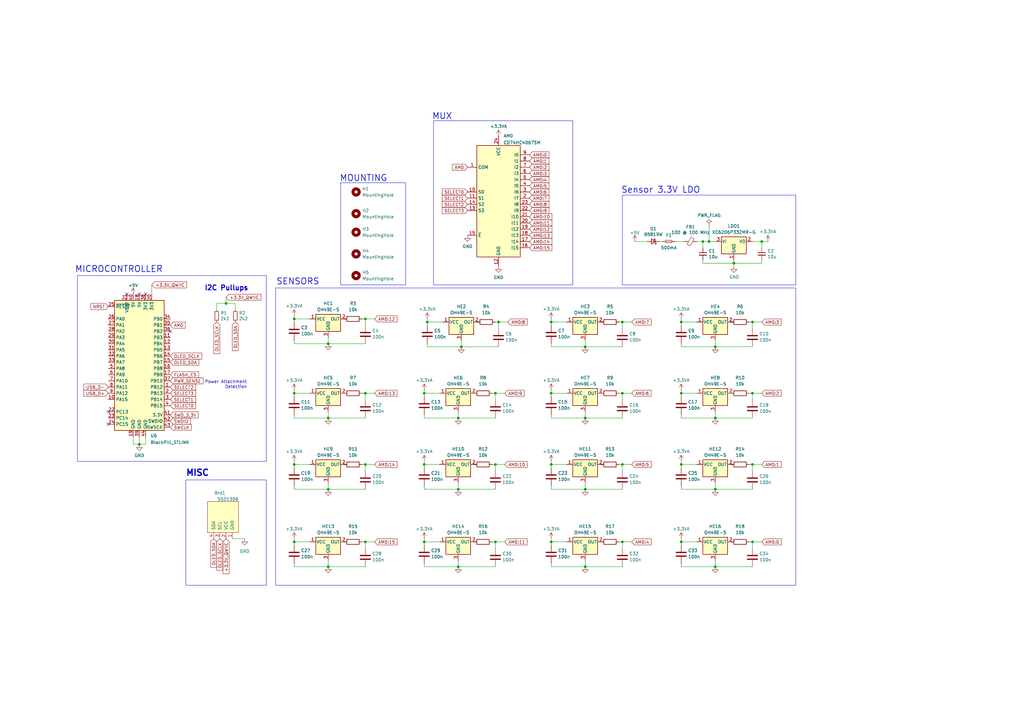
<source format=kicad_sch>
(kicad_sch (version 20250114) (generator "eeschema") (generator_version "9.0")
  (paper "A3")
  (lib_symbols
    (symbol "74xx:CD74HC4067SM"
      (property "Reference" "U" (at -8.89 22.86 0))
      (property "Value" "CD74HC4067SM" (at 1.27 22.86 0))
      (symbol "CD74HC4067SM_1_1"
        (pin passive line (at -12.7 12.7 0) (length 3.81) (name "COM") (number "1"))
        (pin input line (at -12.7 2.54 0) (length 3.81) (name "S0") (number "10"))
        (pin input line (at -12.7 0 0) (length 3.81) (name "S1") (number "11"))
        (pin input line (at -12.7 -2.54 0) (length 3.81) (name "S2") (number "14"))
        (pin input line (at -12.7 -5.08 0) (length 3.81) (name "S3") (number "13"))
        (pin input line (at -12.7 -15.24 0) (length 3.81) (name "~{E}") (number "15"))
        (pin power_in line (at 0 25.4 270) (length 3.81) (name "VCC") (number "24"))
        (pin power_in line (at 0 -27.94 90) (length 3.81) (name "GND") (number "12"))
        (pin passive line (at 12.7 17.78 180) (length 3.81) (name "I0") (number "9"))
        (pin passive line (at 12.7 15.24 180) (length 3.81) (name "I1") (number "8"))
        (pin passive line (at 12.7 12.7 180) (length 3.81) (name "I2") (number "7"))
        (pin passive line (at 12.7 10.16 180) (length 3.81) (name "I3") (number "6"))
        (pin passive line (at 12.7 7.62 180) (length 3.81) (name "I4") (number "5"))
        (pin passive line (at 12.7 5.08 180) (length 3.81) (name "I5") (number "4"))
        (pin passive line (at 12.7 2.54 180) (length 3.81) (name "I6") (number "3"))
        (pin passive line (at 12.7 0 180) (length 3.81) (name "I7") (number "2"))
        (pin passive line (at 12.7 -2.54 180) (length 3.81) (name "I8") (number "23"))
        (pin passive line (at 12.7 -5.08 180) (length 3.81) (name "I9") (number "22"))
        (pin passive line (at 12.7 -7.62 180) (length 3.81) (name "I10") (number "21"))
        (pin passive line (at 12.7 -10.16 180) (length 3.81) (name "I11") (number "20"))
        (pin passive line (at 12.7 -12.7 180) (length 3.81) (name "I12") (number "19"))
        (pin passive line (at 12.7 -15.24 180) (length 3.81) (name "I13") (number "18"))
        (pin passive line (at 12.7 -17.78 180) (length 3.81) (name "I14") (number "17"))
        (pin passive line (at 12.7 -20.32 180) (length 3.81) (name "I15") (number "16"))
      )
    )
    (symbol "Device:C" (pin_numbers (hide yes)) (pin_names (offset 0.254))
      (property "Reference" "C" (at 0.635 2.54 0))
      (property "Value" "C" (at 0.635 -2.54 0))
      (symbol "C_1_1"
        (pin passive line (at 0 3.81 270) (length 2.794) (name "~") (number "1"))
        (pin passive line (at 0 -3.81 90) (length 2.794) (name "~") (number "2"))
      )
    )
    (symbol "Device:C_Small" (pin_numbers (hide yes)) (pin_names (offset 0.254) (hide yes))
      (property "Reference" "C" (at 0.254 1.778 0))
      (property "Value" "C_Small" (at 0.254 -2.032 0))
      (symbol "C_Small_1_1"
        (pin passive line (at 0 2.54 270) (length 2.032) (name "~") (number "1"))
        (pin passive line (at 0 -2.54 90) (length 2.032) (name "~") (number "2"))
      )
    )
    (symbol "Device:D_Schottky_Small" (pin_numbers (hide yes)) (pin_names (offset 0.254) (hide yes))
      (property "Reference" "D" (at -1.27 2.032 0))
      (property "Value" "D_Schottky_Small" (at -7.112 -2.032 0))
      (symbol "D_Schottky_Small_1_1"
        (pin passive line (at -2.54 0 0) (length 1.778) (name "K") (number "1"))
        (pin passive line (at 2.54 0 180) (length 1.778) (name "A") (number "2"))
      )
    )
    (symbol "Device:Ferrite_Bead_Small" (pin_numbers (hide yes)) (pin_names (offset 0))
      (property "Reference" "FB" (at 1.905 1.27 0))
      (property "Value" "Device_Ferrite_Bead_Small" (at 1.905 -1.27 0))
      (symbol "Ferrite_Bead_Small_1_1"
        (pin passive line (at 0 2.54 270) (length 1.27) (name "~") (number "1"))
        (pin passive line (at 0 -2.54 90) (length 1.27) (name "~") (number "2"))
      )
    )
    (symbol "Device:Fuse_Small" (pin_numbers (hide yes)) (pin_names (offset 0.254) (hide yes))
      (property "Reference" "F" (at 0 -1.524 0))
      (property "Value" "Fuse_Small" (at 0 1.524 0))
      (symbol "Fuse_Small_1_1"
        (pin passive line (at -2.54 0 0) (length 1.27) (name "~") (number "1"))
        (pin passive line (at 2.54 0 180) (length 1.27) (name "~") (number "2"))
      )
    )
    (symbol "Device:R" (pin_numbers (hide yes)) (pin_names (offset 0))
      (property "Reference" "R" (at 2.032 0 90))
      (property "Value" "R" (at 0 0 90))
      (symbol "R_1_1"
        (pin passive line (at 0 3.81 270) (length 1.27) (name "~") (number "1"))
        (pin passive line (at 0 -3.81 90) (length 1.27) (name "~") (number "2"))
      )
    )
    (symbol "Device:R_Small" (pin_numbers (hide yes)) (pin_names (offset 0.254) (hide yes))
      (property "Reference" "R" (at 0.762 0.508 0))
      (property "Value" "R_Small" (at 0.762 -1.016 0))
      (symbol "R_Small_1_1"
        (pin passive line (at 0 2.54 270) (length 0.762) (name "~") (number "1"))
        (pin passive line (at 0 -2.54 90) (length 0.762) (name "~") (number "2"))
      )
    )
    (symbol "HE60:OH49E-S" (pin_names (offset 0.254))
      (property "Reference" "U" (at -3.81 3.175 0))
      (property "Value" "OH49E-S" (at 0 3.175 0))
      (symbol "OH49E-S_1_1"
        (pin power_in line (at -7.62 0 0) (length 2.54) (name "VCC") (number "1"))
        (pin power_in line (at 0 -7.62 90) (length 2.54) (name "GND") (number "3"))
        (pin output line (at 7.62 0 180) (length 2.54) (name "OUT") (number "2"))
      )
    )
    (symbol "Mechanical:MountingHole" (pin_names (offset 1.016)) (in_bom no)
      (property "Reference" "H" (at 0 5.08 0))
      (property "Value" "MountingHole" (at 0 3.175 0))
    )
    (symbol "Regulator_Linear:XC6206PxxxMR" (pin_names (offset 0.254))
      (property "Reference" "U" (at -3.81 3.175 0))
      (property "Value" "XC6206PxxxMR" (at 0 3.175 0))
      (symbol "XC6206PxxxMR_1_1"
        (pin power_in line (at -7.62 0 0) (length 2.54) (name "VI") (number "3"))
        (pin power_in line (at 0 -7.62 90) (length 2.54) (name "GND") (number "1"))
        (pin power_out line (at 7.62 0 180) (length 2.54) (name "VO") (number "2"))
      )
    )
    (symbol "SSD1306-128x64_OLED:SSD1306" (pin_names (offset 1.016))
      (property "Reference" "Brd" (at 0 -3.81 0))
      (property "Value" "SSD1306" (at 0 -1.27 0))
      (symbol "SSD1306_1_1"
        (pin input line (at -3.81 8.89 270) (length 2.54) (name "GND") (number "1"))
        (pin input line (at -1.27 8.89 270) (length 2.54) (name "VCC") (number "2"))
        (pin input line (at 1.27 8.89 270) (length 2.54) (name "SCL") (number "3"))
        (pin input line (at 3.81 8.89 270) (length 2.54) (name "SDA") (number "4"))
      )
    )
    (symbol "blackpill_stlink:BlackPill_STLINK"
      (property "Reference" "U6" (at 4.5594 -27.5495 0))
      (property "Value" "BlackPill_STLINK" (at 4.5594 -30.3246 0))
      (symbol "BlackPill_STLINK_1_1"
        (pin input line (at -12.7 25.4 0) (length 2.54) (name "~{RESET}") (number "25"))
        (pin bidirectional line (at -12.7 20.32 0) (length 2.54) (name "PA0") (number "26"))
        (pin bidirectional line (at -12.7 17.78 0) (length 2.54) (name "PA1") (number "27"))
        (pin bidirectional line (at -12.7 15.24 0) (length 2.54) (name "PA2") (number "28"))
        (pin bidirectional line (at -12.7 12.7 0) (length 2.54) (name "PA3") (number "29"))
        (pin bidirectional line (at -12.7 10.16 0) (length 2.54) (name "PA4") (number "30"))
        (pin bidirectional line (at -12.7 7.62 0) (length 2.54) (name "PA5") (number "31"))
        (pin bidirectional line (at -12.7 5.08 0) (length 2.54) (name "PA6") (number "32"))
        (pin bidirectional line (at -12.7 2.54 0) (length 2.54) (name "PA7") (number "33"))
        (pin bidirectional line (at -12.7 0 0) (length 2.54) (name "PA8") (number "5"))
        (pin bidirectional line (at -12.7 -2.54 0) (length 2.54) (name "PA9") (number "6"))
        (pin bidirectional line (at -12.7 -5.08 0) (length 2.54) (name "PA10") (number "7"))
        (pin bidirectional line (at -12.7 -7.62 0) (length 2.54) (name "PA11") (number "8"))
        (pin bidirectional line (at -12.7 -10.16 0) (length 2.54) (name "PA12") (number "9"))
        (pin bidirectional line (at -12.7 -12.7 0) (length 2.54) (name "PA15") (number "10"))
        (pin bidirectional line (at -12.7 -17.78 0) (length 2.54) (name "PC13") (number "22"))
        (pin bidirectional line (at -12.7 -20.32 0) (length 2.54) (name "PC14") (number "23"))
        (pin bidirectional line (at -12.7 -22.86 0) (length 2.54) (name "PC15") (number "24"))
        (pin power_in line (at -5.08 30.48 270) (length 2.54) (name "VBAT") (number "21"))
        (pin passive line (at -2.54 30.48 270) (length 2.54) (name "5V") (number "40"))
        (pin power_in line (at -2.54 -27.94 90) (length 2.54) (name "GND") (number "19"))
        (pin power_in line (at 0 30.48 270) (length 2.54) (name "5V") (number "18"))
        (pin power_in line (at 0 -27.94 90) (length 2.54) (name "GND") (number "39"))
        (pin power_out line (at 2.54 30.48 270) (length 2.54) (name "3V3") (number "38"))
        (pin power_in line (at 2.54 -27.94 90) (length 2.54) (name "GND") (number "44"))
        (pin power_out line (at 5.08 30.48 270) (length 2.54) (name "3V3") (number "20"))
        (pin bidirectional line (at 12.7 20.32 180) (length 2.54) (name "PB0") (number "34"))
        (pin bidirectional line (at 12.7 17.78 180) (length 2.54) (name "PB1") (number "35"))
        (pin bidirectional line (at 12.7 15.24 180) (length 2.54) (name "PB2") (number "36"))
        (pin bidirectional line (at 12.7 12.7 180) (length 2.54) (name "PB3") (number "11"))
        (pin bidirectional line (at 12.7 10.16 180) (length 2.54) (name "PB4") (number "12"))
        (pin bidirectional line (at 12.7 7.62 180) (length 2.54) (name "PB5") (number "13"))
        (pin bidirectional line (at 12.7 5.08 180) (length 2.54) (name "PB6") (number "14"))
        (pin bidirectional line (at 12.7 2.54 180) (length 2.54) (name "PB7") (number "15"))
        (pin bidirectional line (at 12.7 0 180) (length 2.54) (name "PB8") (number "16"))
        (pin bidirectional line (at 12.7 -2.54 180) (length 2.54) (name "PB9") (number "17"))
        (pin bidirectional line (at 12.7 -5.08 180) (length 2.54) (name "PB10") (number "37"))
        (pin bidirectional line (at 12.7 -7.62 180) (length 2.54) (name "PB12") (number "1"))
        (pin bidirectional line (at 12.7 -10.16 180) (length 2.54) (name "PB13") (number "2"))
        (pin bidirectional line (at 12.7 -12.7 180) (length 2.54) (name "PB14") (number "3"))
        (pin bidirectional line (at 12.7 -15.24 180) (length 2.54) (name "PB15") (number "4"))
        (pin power_out line (at 12.7 -19.05 180) (length 2.54) (name "3.3V") (number "41"))
        (pin bidirectional line (at 12.7 -21.59 180) (length 2.54) (name "SWDIO") (number "42"))
        (pin bidirectional line (at 12.7 -24.13 180) (length 2.54) (name "SWSCK") (number "43"))
      )
    )
    (symbol "power:+3.3VA" (power) (pin_numbers (hide yes)) (pin_names (offset 0) (hide yes))
      (property "Value" "+3.3VA" (at 0 3.556 0))
      (symbol "+3.3VA_1_1"
        (pin power_in line (at 0 0 90) (length 0) (name "~") (number "1"))
      )
    )
    (symbol "power:+5V" (power) (pin_names (offset 0))
      (property "Value" "+5V" (at 0 3.556 0))
      (symbol "+5V_1_1"
        (pin power_in line (at 0 0 90) (length 0) (hide yes) (name "+5V") (number "1"))
      )
    )
    (symbol "power:GND" (power) (pin_names (offset 0))
      (property "Value" "GND" (at 0 -3.81 0))
      (symbol "GND_1_1"
        (pin power_in line (at 0 0 270) (length 0) (hide yes) (name "GND") (number "1"))
      )
    )
    (symbol "power:PWR_FLAG" (power) (pin_numbers (hide yes)) (pin_names (offset 0) (hide yes))
      (property "Value" "PWR_FLAG" (at 0 3.81 0))
      (symbol "PWR_FLAG_0_0"
        (pin power_out line (at 0 0 90) (length 0) (name "pwr") (number "1"))
      )
    )
  )
  (rectangle (start 31.75 113.03) (end 109.22 189.23))
  (rectangle (start 76.2 196.85) (end 109.22 240.03))
  (rectangle (start 139.7 74.93) (end 166.37 116.84))
  (rectangle (start 113.03 118.11) (end 326.39 240.03))
  (rectangle (start 177.8 49.53) (end 234.95 116.84))
  (rectangle (start 255.27 80.01) (end 326.39 116.84))
  (text "Power Attachment\nDetection" (at 101.346 159.512 0) (effects (font (size 1.27 1.27)) (justify right bottom)))
  (text "MUX" (at 181.356 47.752 0) (effects (font (size 2.54 2.54) (thickness 0.254) (bold yes))))
  (text "I2C Pullups" (at 83.82 119.38 0) (effects (font (size 2.0066 2.0066) (thickness 0.4013) (bold yes)) (justify left bottom)))
  (text "SENSORS" (at 122.174 115.57 0) (effects (font (size 2.54 2.54) (thickness 0.254) (bold yes))))
  (text "Sensor 3.3V LDO" (at 271.018 77.978 0) (effects (font (size 2.54 2.54) (thickness 0.254) (bold yes))))
  (text "MOUNTING\n" (at 149.098 73.152 0) (effects (font (size 2.54 2.54) (thickness 0.254) (bold yes))))
  (text "MICROCONTROLLER" (at 48.768 110.49 0) (effects (font (size 2.54 2.54) (thickness 0.254) (bold yes))))
  (text "MISC" (at 81.026 194.056 0) (effects (font (size 2.54 2.54) (thickness 0.508) (bold yes))))
  (junction (at 134.62 140.97))
  (junction (at 149.86 161.29))
  (junction (at 308.61 161.29))
  (junction (at 255.27 161.29))
  (junction (at 120.65 161.29))
  (junction (at 279.4 132.08))
  (junction (at 240.03 171.45))
  (junction (at 308.61 190.5))
  (junction (at 293.37 142.24))
  (junction (at 175.26 132.08))
  (junction (at 187.96 200.66))
  (junction (at 173.99 161.29))
  (junction (at 293.37 200.66))
  (junction (at 189.23 142.24))
  (junction (at 293.37 171.45))
  (junction (at 226.06 161.29))
  (junction (at 240.03 142.24))
  (junction (at 290.83 99.06))
  (junction (at 203.2 190.5))
  (junction (at 300.99 107.95))
  (junction (at 149.86 222.25))
  (junction (at 240.03 200.66))
  (junction (at 134.62 232.41))
  (junction (at 57.15 182.245))
  (junction (at 312.42 99.06))
  (junction (at 279.4 161.29))
  (junction (at 279.4 190.5))
  (junction (at 255.27 132.08))
  (junction (at 134.62 200.66))
  (junction (at 226.06 132.08))
  (junction (at 308.61 132.08))
  (junction (at 187.96 232.41))
  (junction (at 226.06 190.5))
  (junction (at 173.99 190.5))
  (junction (at 293.37 232.41))
  (junction (at 203.2 222.25))
  (junction (at 134.62 171.45))
  (junction (at 120.65 190.5))
  (junction (at 149.86 130.81))
  (junction (at 308.61 222.25))
  (junction (at 92.71 124.46))
  (junction (at 255.27 190.5))
  (junction (at 240.03 232.41))
  (junction (at 203.2 161.29))
  (junction (at 120.65 222.25))
  (junction (at 187.96 171.45))
  (junction (at 255.27 222.25))
  (junction (at 173.99 222.25))
  (junction (at 149.86 190.5))
  (junction (at 120.65 130.81))
  (junction (at 226.06 222.25))
  (junction (at 288.29 99.06))
  (junction (at 279.4 222.25))
  (junction (at 204.47 132.08))
  (no_connect (at 44.45 173.99))
  (no_connect (at 57.15 120.65))
  (no_connect (at 59.69 120.65))
  (no_connect (at 44.45 168.91))
  (no_connect (at 52.07 120.65))
  (no_connect (at 69.85 135.89))
  (wire (pts (xy 173.99 222.25) (xy 180.34 222.25)))
  (wire (pts (xy 279.4 191.77) (xy 279.4 190.5)))
  (wire (pts (xy 226.06 130.81) (xy 226.06 132.08)))
  (wire (pts (xy 226.06 161.29) (xy 232.41 161.29)))
  (wire (pts (xy 279.4 162.56) (xy 279.4 161.29)))
  (wire (pts (xy 204.47 132.08) (xy 204.47 134.62)))
  (wire (pts (xy 299.72 161.29) (xy 300.99 161.29)))
  (wire (pts (xy 240.03 171.45) (xy 255.27 171.45)))
  (wire (pts (xy 203.2 161.29) (xy 201.93 161.29)))
  (wire (pts (xy 312.42 99.06) (xy 314.96 99.06)))
  (wire (pts (xy 288.29 99.06) (xy 290.83 99.06)))
  (wire (pts (xy 120.65 223.52) (xy 120.65 222.25)))
  (wire (pts (xy 255.27 132.08) (xy 254 132.08)))
  (wire (pts (xy 120.65 232.41) (xy 120.65 231.14)))
  (wire (pts (xy 255.27 190.5) (xy 255.27 193.04)))
  (wire (pts (xy 299.72 132.08) (xy 300.99 132.08)))
  (wire (pts (xy 120.65 162.56) (xy 120.65 161.29)))
  (wire (pts (xy 240.03 139.7) (xy 240.03 142.24)))
  (wire (pts (xy 187.96 171.45) (xy 203.2 171.45)))
  (wire (pts (xy 149.86 190.5) (xy 148.59 190.5)))
  (wire (pts (xy 255.27 161.29) (xy 259.08 161.29)))
  (wire (pts (xy 173.99 200.66) (xy 173.99 199.39)))
  (wire (pts (xy 96.52 124.46) (xy 96.52 127)))
  (wire (pts (xy 194.31 161.29) (xy 195.58 161.29)))
  (wire (pts (xy 255.27 190.5) (xy 254 190.5)))
  (wire (pts (xy 308.61 222.25) (xy 307.34 222.25)))
  (wire (pts (xy 120.65 171.45) (xy 120.65 170.18)))
  (wire (pts (xy 240.03 200.66) (xy 255.27 200.66)))
  (wire (pts (xy 300.99 109.22) (xy 300.99 107.95)))
  (wire (pts (xy 173.99 232.41) (xy 187.96 232.41)))
  (wire (pts (xy 134.62 168.91) (xy 134.62 171.45)))
  (wire (pts (xy 226.06 191.77) (xy 226.06 190.5)))
  (wire (pts (xy 134.62 140.97) (xy 149.86 140.97)))
  (wire (pts (xy 173.99 171.45) (xy 187.96 171.45)))
  (wire (pts (xy 120.65 160.02) (xy 120.65 161.29)))
  (wire (pts (xy 290.83 99.06) (xy 293.37 99.06)))
  (wire (pts (xy 120.65 222.25) (xy 127 222.25)))
  (wire (pts (xy 226.06 223.52) (xy 226.06 222.25)))
  (wire (pts (xy 255.27 190.5) (xy 259.08 190.5)))
  (wire (pts (xy 279.4 220.98) (xy 279.4 222.25)))
  (wire (pts (xy 255.27 161.29) (xy 254 161.29)))
  (wire (pts (xy 308.61 190.5) (xy 308.61 193.04)))
  (wire (pts (xy 293.37 200.66) (xy 308.61 200.66)))
  (wire (pts (xy 308.61 190.5) (xy 312.42 190.5)))
  (wire (pts (xy 134.62 200.66) (xy 149.86 200.66)))
  (wire (pts (xy 279.4 189.23) (xy 279.4 190.5)))
  (wire (pts (xy 173.99 220.98) (xy 173.99 222.25)))
  (wire (pts (xy 195.58 132.08) (xy 196.85 132.08)))
  (wire (pts (xy 173.99 200.66) (xy 187.96 200.66)))
  (wire (pts (xy 204.47 132.08) (xy 208.28 132.08)))
  (wire (pts (xy 134.62 198.12) (xy 134.62 200.66)))
  (wire (pts (xy 226.06 189.23) (xy 226.06 190.5)))
  (wire (pts (xy 240.03 229.87) (xy 240.03 232.41)))
  (wire (pts (xy 308.61 222.25) (xy 312.42 222.25)))
  (wire (pts (xy 240.03 168.91) (xy 240.03 171.45)))
  (wire (pts (xy 92.71 124.46) (xy 88.9 124.46)))
  (wire (pts (xy 189.23 139.7) (xy 189.23 142.24)))
  (wire (pts (xy 203.2 161.29) (xy 203.2 163.83)))
  (wire (pts (xy 149.86 222.25) (xy 148.59 222.25)))
  (wire (pts (xy 260.35 99.06) (xy 265.43 99.06)))
  (wire (pts (xy 226.06 200.66) (xy 226.06 199.39)))
  (wire (pts (xy 120.65 129.54) (xy 120.65 130.81)))
  (wire (pts (xy 312.42 106.68) (xy 312.42 107.95)))
  (wire (pts (xy 149.86 130.81) (xy 148.59 130.81)))
  (wire (pts (xy 187.96 198.12) (xy 187.96 200.66)))
  (wire (pts (xy 288.29 101.6) (xy 288.29 99.06)))
  (wire (pts (xy 120.65 140.97) (xy 134.62 140.97)))
  (wire (pts (xy 173.99 223.52) (xy 173.99 222.25)))
  (wire (pts (xy 246.38 132.08) (xy 247.65 132.08)))
  (wire (pts (xy 299.72 222.25) (xy 300.99 222.25)))
  (wire (pts (xy 279.4 142.24) (xy 279.4 140.97)))
  (wire (pts (xy 226.06 232.41) (xy 226.06 231.14)))
  (wire (pts (xy 279.4 223.52) (xy 279.4 222.25)))
  (wire (pts (xy 255.27 222.25) (xy 254 222.25)))
  (wire (pts (xy 140.97 190.5) (xy 142.24 190.5)))
  (wire (pts (xy 120.65 200.66) (xy 134.62 200.66)))
  (wire (pts (xy 120.65 189.23) (xy 120.65 190.5)))
  (wire (pts (xy 187.96 168.91) (xy 187.96 171.45)))
  (wire (pts (xy 173.99 171.45) (xy 173.99 170.18)))
  (wire (pts (xy 279.4 133.35) (xy 279.4 132.08)))
  (wire (pts (xy 203.2 161.29) (xy 207.01 161.29)))
  (wire (pts (xy 240.03 142.24) (xy 255.27 142.24)))
  (wire (pts (xy 134.62 229.87) (xy 134.62 232.41)))
  (wire (pts (xy 246.38 190.5) (xy 247.65 190.5)))
  (wire (pts (xy 308.61 190.5) (xy 307.34 190.5)))
  (wire (pts (xy 149.86 130.81) (xy 153.67 130.81)))
  (wire (pts (xy 175.26 142.24) (xy 175.26 140.97)))
  (wire (pts (xy 175.26 130.81) (xy 175.26 132.08)))
  (wire (pts (xy 194.31 222.25) (xy 195.58 222.25)))
  (wire (pts (xy 293.37 171.45) (xy 308.61 171.45)))
  (wire (pts (xy 288.29 106.68) (xy 288.29 107.95)))
  (wire (pts (xy 226.06 162.56) (xy 226.06 161.29)))
  (wire (pts (xy 120.65 220.98) (xy 120.65 222.25)))
  (wire (pts (xy 279.4 171.45) (xy 293.37 171.45)))
  (wire (pts (xy 173.99 189.23) (xy 173.99 190.5)))
  (wire (pts (xy 279.4 161.29) (xy 285.75 161.29)))
  (wire (pts (xy 204.47 132.08) (xy 203.2 132.08)))
  (wire (pts (xy 299.72 190.5) (xy 300.99 190.5)))
  (wire (pts (xy 312.42 107.95) (xy 300.99 107.95)))
  (wire (pts (xy 149.86 161.29) (xy 153.67 161.29)))
  (wire (pts (xy 134.62 171.45) (xy 149.86 171.45)))
  (wire (pts (xy 255.27 132.08) (xy 259.08 132.08)))
  (wire (pts (xy 187.96 232.41) (xy 203.2 232.41)))
  (wire (pts (xy 279.4 200.66) (xy 293.37 200.66)))
  (wire (pts (xy 255.27 222.25) (xy 259.08 222.25)))
  (wire (pts (xy 173.99 160.02) (xy 173.99 161.29)))
  (wire (pts (xy 175.26 133.35) (xy 175.26 132.08)))
  (wire (pts (xy 279.4 232.41) (xy 293.37 232.41)))
  (wire (pts (xy 279.4 142.24) (xy 293.37 142.24)))
  (wire (pts (xy 279.4 200.66) (xy 279.4 199.39)))
  (wire (pts (xy 246.38 161.29) (xy 247.65 161.29)))
  (wire (pts (xy 120.65 161.29) (xy 127 161.29)))
  (wire (pts (xy 187.96 229.87) (xy 187.96 232.41)))
  (wire (pts (xy 62.23 120.65) (xy 62.23 116.84)))
  (wire (pts (xy 226.06 142.24) (xy 240.03 142.24)))
  (wire (pts (xy 173.99 161.29) (xy 180.34 161.29)))
  (wire (pts (xy 308.61 132.08) (xy 308.61 134.62)))
  (wire (pts (xy 175.26 132.08) (xy 181.61 132.08)))
  (wire (pts (xy 240.03 198.12) (xy 240.03 200.66)))
  (wire (pts (xy 203.2 190.5) (xy 201.93 190.5)))
  (wire (pts (xy 293.37 198.12) (xy 293.37 200.66)))
  (wire (pts (xy 175.26 142.24) (xy 189.23 142.24)))
  (wire (pts (xy 255.27 132.08) (xy 255.27 134.62)))
  (wire (pts (xy 293.37 168.91) (xy 293.37 171.45)))
  (wire (pts (xy 149.86 161.29) (xy 148.59 161.29)))
  (wire (pts (xy 120.65 130.81) (xy 127 130.81)))
  (wire (pts (xy 173.99 162.56) (xy 173.99 161.29)))
  (wire (pts (xy 279.4 232.41) (xy 279.4 231.14)))
  (wire (pts (xy 226.06 222.25) (xy 232.41 222.25)))
  (wire (pts (xy 226.06 133.35) (xy 226.06 132.08)))
  (wire (pts (xy 134.62 232.41) (xy 149.86 232.41)))
  (wire (pts (xy 59.69 182.245) (xy 57.15 182.245)))
  (wire (pts (xy 149.86 222.25) (xy 149.86 224.79)))
  (wire (pts (xy 203.2 190.5) (xy 203.2 193.04)))
  (wire (pts (xy 279.4 130.81) (xy 279.4 132.08)))
  (wire (pts (xy 300.99 107.95) (xy 300.99 106.68)))
  (wire (pts (xy 226.06 220.98) (xy 226.06 222.25)))
  (wire (pts (xy 88.9 124.46) (xy 88.9 127)))
  (wire (pts (xy 279.4 132.08) (xy 285.75 132.08)))
  (wire (pts (xy 140.97 130.81) (xy 142.24 130.81)))
  (wire (pts (xy 279.4 222.25) (xy 285.75 222.25)))
  (wire (pts (xy 308.61 222.25) (xy 308.61 224.79)))
  (wire (pts (xy 149.86 190.5) (xy 153.67 190.5)))
  (wire (pts (xy 226.06 142.24) (xy 226.06 140.97)))
  (wire (pts (xy 57.15 179.07) (xy 57.15 182.245)))
  (wire (pts (xy 279.4 171.45) (xy 279.4 170.18)))
  (wire (pts (xy 312.42 99.06) (xy 308.61 99.06)))
  (wire (pts (xy 293.37 142.24) (xy 308.61 142.24)))
  (wire (pts (xy 92.71 121.92) (xy 92.71 124.46)))
  (wire (pts (xy 140.97 161.29) (xy 142.24 161.29)))
  (wire (pts (xy 279.4 190.5) (xy 285.75 190.5)))
  (wire (pts (xy 290.83 92.71) (xy 290.83 99.06)))
  (wire (pts (xy 226.06 200.66) (xy 240.03 200.66)))
  (wire (pts (xy 173.99 191.77) (xy 173.99 190.5)))
  (wire (pts (xy 255.27 222.25) (xy 255.27 224.79)))
  (wire (pts (xy 293.37 139.7) (xy 293.37 142.24)))
  (wire (pts (xy 203.2 190.5) (xy 207.01 190.5)))
  (wire (pts (xy 140.97 222.25) (xy 142.24 222.25)))
  (wire (pts (xy 312.42 101.6) (xy 312.42 99.06)))
  (wire (pts (xy 226.06 160.02) (xy 226.06 161.29)))
  (wire (pts (xy 149.86 130.81) (xy 149.86 133.35)))
  (wire (pts (xy 120.65 190.5) (xy 127 190.5)))
  (wire (pts (xy 226.06 232.41) (xy 240.03 232.41)))
  (wire (pts (xy 293.37 232.41) (xy 308.61 232.41)))
  (wire (pts (xy 100.33 220.98) (xy 95.25 220.98)))
  (wire (pts (xy 308.61 161.29) (xy 308.61 163.83)))
  (wire (pts (xy 189.23 142.24) (xy 204.47 142.24)))
  (wire (pts (xy 149.86 190.5) (xy 149.86 193.04)))
  (wire (pts (xy 120.65 132.08) (xy 120.65 130.81)))
  (wire (pts (xy 194.31 190.5) (xy 195.58 190.5)))
  (wire (pts (xy 276.86 99.06) (xy 280.67 99.06)))
  (wire (pts (xy 279.4 160.02) (xy 279.4 161.29)))
  (wire (pts (xy 288.29 107.95) (xy 300.99 107.95)))
  (wire (pts (xy 308.61 132.08) (xy 307.34 132.08)))
  (wire (pts (xy 92.71 124.46) (xy 96.52 124.46)))
  (wire (pts (xy 308.61 132.08) (xy 312.42 132.08)))
  (wire (pts (xy 203.2 222.25) (xy 203.2 224.79)))
  (wire (pts (xy 120.65 171.45) (xy 134.62 171.45)))
  (wire (pts (xy 293.37 229.87) (xy 293.37 232.41)))
  (wire (pts (xy 226.06 190.5) (xy 232.41 190.5)))
  (wire (pts (xy 203.2 222.25) (xy 201.93 222.25)))
  (wire (pts (xy 226.06 171.45) (xy 240.03 171.45)))
  (wire (pts (xy 149.86 161.29) (xy 149.86 163.83)))
  (wire (pts (xy 203.2 222.25) (xy 207.01 222.25)))
  (wire (pts (xy 173.99 232.41) (xy 173.99 231.14)))
  (wire (pts (xy 120.65 140.97) (xy 120.65 139.7)))
  (wire (pts (xy 270.51 99.06) (xy 271.78 99.06)))
  (wire (pts (xy 255.27 161.29) (xy 255.27 163.83)))
  (wire (pts (xy 187.96 200.66) (xy 203.2 200.66)))
  (wire (pts (xy 120.65 232.41) (xy 134.62 232.41)))
  (wire (pts (xy 134.62 138.43) (xy 134.62 140.97)))
  (wire (pts (xy 308.61 161.29) (xy 312.42 161.29)))
  (wire (pts (xy 120.65 200.66) (xy 120.65 199.39)))
  (wire (pts (xy 54.61 182.245) (xy 57.15 182.245)))
  (wire (pts (xy 173.99 190.5) (xy 180.34 190.5)))
  (wire (pts (xy 308.61 161.29) (xy 307.34 161.29)))
  (wire (pts (xy 246.38 222.25) (xy 247.65 222.25)))
  (wire (pts (xy 240.03 232.41) (xy 255.27 232.41)))
  (wire (pts (xy 285.75 99.06) (xy 288.29 99.06)))
  (wire (pts (xy 59.69 179.07) (xy 59.69 182.245)))
  (wire (pts (xy 149.86 222.25) (xy 153.67 222.25)))
  (wire (pts (xy 120.65 191.77) (xy 120.65 190.5)))
  (wire (pts (xy 226.06 171.45) (xy 226.06 170.18)))
  (wire (pts (xy 54.61 179.07) (xy 54.61 182.245)))
  (wire (pts (xy 226.06 132.08) (xy 232.41 132.08)))
  (global_label "SWD_3.3V" (shape input) (at 69.85 170.18 0) (property "Intersheetrefs" "${INTERSHEET_REFS}" (effects (hide yes))))
  (global_label "NRST" (shape input) (at 44.45 125.73 180) (property "Intersheetrefs" "${INTERSHEET_REFS}" (effects (hide yes))))
  (global_label "SELECT1" (shape input) (at 191.77 81.28 180) (property "Intersheetrefs" "${INTERSHEET_REFS}" (effects (hide yes))))
  (global_label "SELECT0" (shape input) (at 69.85 166.37 0) (property "Intersheetrefs" "${INTERSHEET_REFS}" (effects (hide yes))))
  (global_label "AM0:11" (shape input) (at 217.17 91.44 0) (property "Intersheetrefs" "${INTERSHEET_REFS}" (effects (hide yes))))
  (global_label "AM0:13" (shape input) (at 153.67 161.29 0) (property "Intersheetrefs" "${INTERSHEET_REFS}" (effects (hide yes))))
  (global_label "OLED_SCLK" (shape input) (at 90.17 220.98 270) (property "Intersheetrefs" "${INTERSHEET_REFS}" (effects (hide yes))))
  (global_label "AM0:6" (shape input) (at 259.08 161.29 0) (property "Intersheetrefs" "${INTERSHEET_REFS}" (effects (hide yes))))
  (global_label "FLASH_CS" (shape input) (at 69.85 153.67 0) (property "Intersheetrefs" "${INTERSHEET_REFS}" (effects (hide yes))))
  (global_label "AM0:5" (shape input) (at 259.08 190.5 0) (property "Intersheetrefs" "${INTERSHEET_REFS}" (effects (hide yes))))
  (global_label "SELECT2" (shape input) (at 69.85 158.75 0) (property "Intersheetrefs" "${INTERSHEET_REFS}" (effects (hide yes))))
  (global_label "AM0:10" (shape input) (at 217.17 88.9 0) (property "Intersheetrefs" "${INTERSHEET_REFS}" (effects (hide yes))))
  (global_label "AM0:11" (shape input) (at 207.01 222.25 0) (property "Intersheetrefs" "${INTERSHEET_REFS}" (effects (hide yes))))
  (global_label "AM0:0" (shape input) (at 312.42 222.25 0) (property "Intersheetrefs" "${INTERSHEET_REFS}" (effects (hide yes))))
  (global_label "AM0:7" (shape input) (at 259.08 132.08 0) (property "Intersheetrefs" "${INTERSHEET_REFS}" (effects (hide yes))))
  (global_label "AM0:12" (shape input) (at 217.17 93.98 0) (property "Intersheetrefs" "${INTERSHEET_REFS}" (effects (hide yes))))
  (global_label "SELECT0" (shape input) (at 191.77 78.74 180) (property "Intersheetrefs" "${INTERSHEET_REFS}" (effects (hide yes))))
  (global_label "SWDIO" (shape input) (at 69.85 172.72 0) (property "Intersheetrefs" "${INTERSHEET_REFS}" (effects (hide yes))))
  (global_label "AM0:2" (shape input) (at 312.42 161.29 0) (property "Intersheetrefs" "${INTERSHEET_REFS}" (effects (hide yes))))
  (global_label "AM0:4" (shape input) (at 259.08 222.25 0) (property "Intersheetrefs" "${INTERSHEET_REFS}" (effects (hide yes))))
  (global_label "PWR_SENSE" (shape input) (at 69.85 156.21 0) (property "Intersheetrefs" "${INTERSHEET_REFS}" (effects (hide yes))))
  (global_label "OLED_SDA" (shape input) (at 69.85 148.59 0) (property "Intersheetrefs" "${INTERSHEET_REFS}" (effects (hide yes))))
  (global_label "AM0:9" (shape input) (at 217.17 86.36 0) (property "Intersheetrefs" "${INTERSHEET_REFS}" (effects (hide yes))))
  (global_label "AM0:0" (shape input) (at 217.17 63.5 0) (property "Intersheetrefs" "${INTERSHEET_REFS}" (effects (hide yes))))
  (global_label "AM0:7" (shape input) (at 217.17 81.28 0) (property "Intersheetrefs" "${INTERSHEET_REFS}" (effects (hide yes))))
  (global_label "AM0:3" (shape input) (at 312.42 132.08 0) (property "Intersheetrefs" "${INTERSHEET_REFS}" (effects (hide yes))))
  (global_label "OLED_SDA" (shape input) (at 96.52 132.08 270) (property "Intersheetrefs" "${INTERSHEET_REFS}" (effects (hide yes))))
  (global_label "AM0:6" (shape input) (at 217.17 78.74 0) (property "Intersheetrefs" "${INTERSHEET_REFS}" (effects (hide yes))))
  (global_label "OLED_SCLK" (shape input) (at 69.85 146.05 0) (property "Intersheetrefs" "${INTERSHEET_REFS}" (effects (hide yes))))
  (global_label "SELECT3" (shape input) (at 69.85 161.29 0) (property "Intersheetrefs" "${INTERSHEET_REFS}" (effects (hide yes))))
  (global_label "AM0:10" (shape input) (at 207.01 190.5 0) (property "Intersheetrefs" "${INTERSHEET_REFS}" (effects (hide yes))))
  (global_label "AM0:1" (shape input) (at 217.17 66.04 0) (property "Intersheetrefs" "${INTERSHEET_REFS}" (effects (hide yes))))
  (global_label "SELECT1" (shape input) (at 69.85 163.83 0) (property "Intersheetrefs" "${INTERSHEET_REFS}" (effects (hide yes))))
  (global_label "AM0:5" (shape input) (at 217.17 76.2 0) (property "Intersheetrefs" "${INTERSHEET_REFS}" (effects (hide yes))))
  (global_label "AM0:8" (shape input) (at 208.28 132.08 0) (property "Intersheetrefs" "${INTERSHEET_REFS}" (effects (hide yes))))
  (global_label "AM0:15" (shape input) (at 217.17 101.6 0) (property "Intersheetrefs" "${INTERSHEET_REFS}" (effects (hide yes))))
  (global_label "AM0:14" (shape input) (at 153.67 190.5 0) (property "Intersheetrefs" "${INTERSHEET_REFS}" (effects (hide yes))))
  (global_label "+3.3V_QWIIC" (shape input) (at 62.23 116.84 0) (property "Intersheetrefs" "${INTERSHEET_REFS}" (effects (hide yes))))
  (global_label "AM0:1" (shape input) (at 312.42 190.5 0) (property "Intersheetrefs" "${INTERSHEET_REFS}" (effects (hide yes))))
  (global_label "SWCLK" (shape input) (at 69.85 175.26 0) (property "Intersheetrefs" "${INTERSHEET_REFS}" (effects (hide yes))))
  (global_label "OLED_SCLK" (shape input) (at 88.9 132.08 270) (property "Intersheetrefs" "${INTERSHEET_REFS}" (effects (hide yes))))
  (global_label "AM0:8" (shape input) (at 217.17 83.82 0) (property "Intersheetrefs" "${INTERSHEET_REFS}" (effects (hide yes))))
  (global_label "AM0" (shape input) (at 191.77 68.58 180) (property "Intersheetrefs" "${INTERSHEET_REFS}" (effects (hide yes))))
  (global_label "AM0:2" (shape input) (at 217.17 68.58 0) (property "Intersheetrefs" "${INTERSHEET_REFS}" (effects (hide yes))))
  (global_label "AM0:13" (shape input) (at 217.17 96.52 0) (property "Intersheetrefs" "${INTERSHEET_REFS}" (effects (hide yes))))
  (global_label "+3.3V_QWIIC" (shape input) (at 92.71 220.98 270) (property "Intersheetrefs" "${INTERSHEET_REFS}" (effects (hide yes))))
  (global_label "USB_D+" (shape input) (at 44.45 161.29 180) (property "Intersheetrefs" "${INTERSHEET_REFS}" (effects (hide yes))))
  (global_label "AM0:14" (shape input) (at 217.17 99.06 0) (property "Intersheetrefs" "${INTERSHEET_REFS}" (effects (hide yes))))
  (global_label "AM0" (shape input) (at 69.85 133.35 0) (property "Intersheetrefs" "${INTERSHEET_REFS}" (effects (hide yes))))
  (global_label "USB_D-" (shape input) (at 44.45 158.75 180) (property "Intersheetrefs" "${INTERSHEET_REFS}" (effects (hide yes))))
  (global_label "AM0:3" (shape input) (at 217.17 71.12 0) (property "Intersheetrefs" "${INTERSHEET_REFS}" (effects (hide yes))))
  (global_label "+3.3V_QWIIC" (shape input) (at 92.71 121.92 0) (property "Intersheetrefs" "${INTERSHEET_REFS}" (effects (hide yes))))
  (global_label "OLED_SDA" (shape input) (at 87.63 220.98 270) (property "Intersheetrefs" "${INTERSHEET_REFS}" (effects (hide yes))))
  (global_label "AM0:12" (shape input) (at 153.67 130.81 0) (property "Intersheetrefs" "${INTERSHEET_REFS}" (effects (hide yes))))
  (global_label "AM0:15" (shape input) (at 153.67 222.25 0) (property "Intersheetrefs" "${INTERSHEET_REFS}" (effects (hide yes))))
  (global_label "SELECT2" (shape input) (at 191.77 83.82 180) (property "Intersheetrefs" "${INTERSHEET_REFS}" (effects (hide yes))))
  (global_label "AM0:4" (shape input) (at 217.17 73.66 0) (property "Intersheetrefs" "${INTERSHEET_REFS}" (effects (hide yes))))
  (global_label "AM0:9" (shape input) (at 207.01 161.29 0) (property "Intersheetrefs" "${INTERSHEET_REFS}" (effects (hide yes))))
  (global_label "SELECT3" (shape input) (at 191.77 86.36 180) (property "Intersheetrefs" "${INTERSHEET_REFS}" (effects (hide yes))))
  (symbol (lib_id "power:+3.3VA") (at 226.06 160.02 0) (unit 1)
    (property "Reference" "#PWR021" (effects (hide yes)))
    (property "Value" "+3.3VA" (at 226.06 155.956 0))
    (property "Description" "Power symbol creates a global label with name \"+3.3VA\"" (effects (hide yes)))
  )
  (symbol (lib_id "power:+3.3VA") (at 279.4 160.02 0) (unit 1)
    (property "Reference" "#PWR023" (effects (hide yes)))
    (property "Value" "+3.3VA" (at 279.4 155.956 0))
    (property "Description" "Power symbol creates a global label with name \"+3.3VA\"" (effects (hide yes)))
  )
  (symbol (lib_id "Device:C") (at 149.86 228.6 0) (unit 1)
    (property "Reference" "C28" (at 152.654 227.076 0) (effects (justify left)))
    (property "Value" "100n" (at 152.654 229.616 0) (effects (justify left)))
    (property "Footprint" "Capacitor_SMD:C_0402_1005Metric" (effects (hide yes)))
    (property "Description" "Unpolarized capacitor" (effects (hide yes)))
  )
  (symbol (lib_id "Device:R") (at 303.53 190.5 90) (unit 1)
    (property "Reference" "R14" (at 303.53 184.15 90))
    (property "Value" "10k" (at 303.53 186.69 90))
    (property "Footprint" "Resistor_SMD:R_0402_1005Metric" (effects (hide yes)))
    (property "Description" "Resistor" (effects (hide yes)))
  )
  (symbol (lib_id "Device:R_Small") (at 96.52 129.54 0) (unit 1)
    (property "Reference" "R2" (at 98.0186 128.3716 0) (effects (justify left)))
    (property "Value" "2k2" (at 98.0186 130.683 0) (effects (justify left)))
    (property "Footprint" "Resistor_SMD:R_0402_1005Metric" (effects (hide yes)))
    (property "MPN" "0402WGF2201TCE" (effects (hide yes)))
    (property "LCSC Part" "C25879" (effects (hide yes)))
    (property "Basic Part" "True" (effects (hide yes)))
  )
  (symbol (lib_id "Device:R") (at 144.78 130.81 90) (unit 1)
    (property "Reference" "R3" (at 144.78 124.46 90))
    (property "Value" "10k" (at 144.78 127 90))
    (property "Footprint" "Resistor_SMD:R_0402_1005Metric" (effects (hide yes)))
    (property "Description" "Resistor" (effects (hide yes)))
  )
  (symbol (lib_id "Device:C") (at 149.86 167.64 0) (unit 1)
    (property "Reference" "C12" (at 152.654 166.116 0) (effects (justify left)))
    (property "Value" "100n" (at 152.654 168.656 0) (effects (justify left)))
    (property "Footprint" "Capacitor_SMD:C_0402_1005Metric" (effects (hide yes)))
    (property "Description" "Unpolarized capacitor" (effects (hide yes)))
  )
  (symbol (lib_id "Device:C") (at 308.61 196.85 0) (unit 1)
    (property "Reference" "C26" (at 311.404 195.326 0) (effects (justify left)))
    (property "Value" "100n" (at 311.404 197.866 0) (effects (justify left)))
    (property "Footprint" "Capacitor_SMD:C_0402_1005Metric" (effects (hide yes)))
    (property "Description" "Unpolarized capacitor" (effects (hide yes)))
  )
  (symbol (lib_id "Device:R") (at 198.12 222.25 90) (unit 1)
    (property "Reference" "R16" (at 198.12 215.9 90))
    (property "Value" "10k" (at 198.12 218.44 90))
    (property "Footprint" "Resistor_SMD:R_0402_1005Metric" (effects (hide yes)))
    (property "Description" "Resistor" (effects (hide yes)))
  )
  (symbol (lib_id "Device:C") (at 120.65 166.37 0) (unit 1)
    (property "Reference" "C11" (at 123.444 164.846 0) (effects (justify left)))
    (property "Value" "100n" (at 123.444 167.386 0) (effects (justify left)))
    (property "Footprint" "Capacitor_SMD:C_0402_1005Metric" (effects (hide yes)))
    (property "Description" "Unpolarized capacitor" (effects (hide yes)))
  )
  (symbol (lib_id "Device:C") (at 255.27 228.6 0) (unit 1)
    (property "Reference" "C32" (at 258.064 227.076 0) (effects (justify left)))
    (property "Value" "100n" (at 258.064 229.616 0) (effects (justify left)))
    (property "Footprint" "Capacitor_SMD:C_0402_1005Metric" (effects (hide yes)))
    (property "Description" "Unpolarized capacitor" (effects (hide yes)))
  )
  (symbol (lib_id "HE60:OH49E-S") (at 293.37 132.08 0) (unit 1)
    (property "Reference" "HE4" (at 293.37 125.73 0))
    (property "Value" "OH49E-S" (at 293.37 128.27 0))
    (property "Footprint" "PCM_marbastlib-xp-he:SW_MX_HE_0deg_1u" (effects (hide yes)))
    (property "Datasheet" "https://ohhallsensor.com/wp-content/uploads/2020/08/OH49E-OH49E-S-Hall-effect-linear-IC.pdf" (effects (hide yes)))
    (property "Description" "OH49E-S" (effects (hide yes)))
  )
  (symbol (lib_id "Device:C") (at 203.2 167.64 0) (unit 1)
    (property "Reference" "C14" (at 205.994 166.116 0) (effects (justify left)))
    (property "Value" "100n" (at 205.994 168.656 0) (effects (justify left)))
    (property "Footprint" "Capacitor_SMD:C_0402_1005Metric" (effects (hide yes)))
    (property "Description" "Unpolarized capacitor" (effects (hide yes)))
  )
  (symbol (lib_id "power:GND") (at 293.37 200.66 0) (unit 1)
    (property "Reference" "#PWR032" (effects (hide yes)))
    (property "Value" "GND" (effects (hide yes)))
    (property "Description" "Power symbol creates a global label with name \"GND\" , ground" (effects (hide yes)))
  )
  (symbol (lib_id "Device:C") (at 203.2 196.85 0) (unit 1)
    (property "Reference" "C22" (at 205.994 195.326 0) (effects (justify left)))
    (property "Value" "100n" (at 205.994 197.866 0) (effects (justify left)))
    (property "Footprint" "Capacitor_SMD:C_0402_1005Metric" (effects (hide yes)))
    (property "Description" "Unpolarized capacitor" (effects (hide yes)))
  )
  (symbol (lib_id "Device:C") (at 279.4 227.33 0) (unit 1)
    (property "Reference" "C33" (at 282.194 225.806 0) (effects (justify left)))
    (property "Value" "100n" (at 282.194 228.346 0) (effects (justify left)))
    (property "Footprint" "Capacitor_SMD:C_0402_1005Metric" (effects (hide yes)))
    (property "Description" "Unpolarized capacitor" (effects (hide yes)))
  )
  (symbol (lib_id "Device:C") (at 279.4 166.37 0) (unit 1)
    (property "Reference" "C17" (at 282.194 164.846 0) (effects (justify left)))
    (property "Value" "100n" (at 282.194 167.386 0) (effects (justify left)))
    (property "Footprint" "Capacitor_SMD:C_0402_1005Metric" (effects (hide yes)))
    (property "Description" "Unpolarized capacitor" (effects (hide yes)))
  )
  (symbol (lib_id "Device:C") (at 175.26 137.16 0) (unit 1)
    (property "Reference" "C5" (at 178.054 135.636 0) (effects (justify left)))
    (property "Value" "100n" (at 178.054 138.176 0) (effects (justify left)))
    (property "Footprint" "Capacitor_SMD:C_0402_1005Metric" (effects (hide yes)))
    (property "Description" "Unpolarized capacitor" (effects (hide yes)))
  )
  (symbol (lib_id "power:+3.3VA") (at 173.99 160.02 0) (unit 1)
    (property "Reference" "#PWR018" (effects (hide yes)))
    (property "Value" "+3.3VA" (at 173.99 155.956 0))
    (property "Description" "Power symbol creates a global label with name \"+3.3VA\"" (effects (hide yes)))
  )
  (symbol (lib_id "Device:R") (at 144.78 161.29 90) (unit 1)
    (property "Reference" "R7" (at 144.78 154.94 90))
    (property "Value" "10k" (at 144.78 157.48 90))
    (property "Footprint" "Resistor_SMD:R_0402_1005Metric" (effects (hide yes)))
    (property "Description" "Resistor" (effects (hide yes)))
  )
  (symbol (lib_id "Device:C") (at 279.4 195.58 0) (unit 1)
    (property "Reference" "C25" (at 282.194 194.056 0) (effects (justify left)))
    (property "Value" "100n" (at 282.194 196.596 0) (effects (justify left)))
    (property "Footprint" "Capacitor_SMD:C_0402_1005Metric" (effects (hide yes)))
    (property "Description" "Unpolarized capacitor" (effects (hide yes)))
  )
  (symbol (lib_id "power:GND") (at 300.99 109.22 0) (unit 1)
    (property "Reference" "#PWR09" (effects (hide yes)))
    (property "Value" "GND" (at 301.117 113.6142 0))
  )
  (symbol (lib_id "power:GND") (at 240.03 200.66 0) (unit 1)
    (property "Reference" "#PWR030" (effects (hide yes)))
    (property "Value" "GND" (effects (hide yes)))
    (property "Description" "Power symbol creates a global label with name \"GND\" , ground" (effects (hide yes)))
  )
  (symbol (lib_id "power:GND") (at 191.77 96.52 0) (unit 1)
    (property "Reference" "#PWR010" (effects (hide yes)))
    (property "Value" "GND" (at 191.77 101.0825 0))
  )
  (symbol (lib_id "Device:C") (at 226.06 166.37 0) (unit 1)
    (property "Reference" "C15" (at 228.854 164.846 0) (effects (justify left)))
    (property "Value" "100n" (at 228.854 167.386 0) (effects (justify left)))
    (property "Footprint" "Capacitor_SMD:C_0402_1005Metric" (effects (hide yes)))
    (property "Description" "Unpolarized capacitor" (effects (hide yes)))
  )
  (symbol (lib_id "power:+3.3VA") (at 204.47 55.88 0) (unit 1)
    (property "Reference" "#PWR03" (effects (hide yes)))
    (property "Value" "+3.3VA" (at 204.47 51.816 0))
    (property "Description" "Power symbol creates a global label with name \"+3.3VA\"" (effects (hide yes)))
  )
  (symbol (lib_id "HE60:OH49E-S") (at 134.62 130.81 0) (unit 1)
    (property "Reference" "HE1" (at 134.62 124.46 0))
    (property "Value" "OH49E-S" (at 134.62 127 0))
    (property "Footprint" "PCM_marbastlib-xp-he:SW_MX_HE_0deg_1u" (effects (hide yes)))
    (property "Datasheet" "https://ohhallsensor.com/wp-content/uploads/2020/08/OH49E-OH49E-S-Hall-effect-linear-IC.pdf" (effects (hide yes)))
    (property "Description" "OH49E-S" (effects (hide yes)))
  )
  (symbol (lib_id "HE60:OH49E-S") (at 293.37 222.25 0) (unit 1)
    (property "Reference" "HE16" (at 293.37 215.9 0))
    (property "Value" "OH49E-S" (at 293.37 218.44 0))
    (property "Footprint" "PCM_marbastlib-xp-he:SW_MX_HE_0deg_1u" (effects (hide yes)))
    (property "Datasheet" "https://ohhallsensor.com/wp-content/uploads/2020/08/OH49E-OH49E-S-Hall-effect-linear-IC.pdf" (effects (hide yes)))
    (property "Description" "OH49E-S" (effects (hide yes)))
  )
  (symbol (lib_id "Device:C_Small") (at 288.29 104.14 0) (unit 1)
    (property "Reference" "C1" (at 290.6268 102.9716 0) (effects (justify left)))
    (property "Value" "10u" (at 290.6268 105.283 0) (effects (justify left)))
    (property "Footprint" "Capacitor_SMD:C_0402_1005Metric" (effects (hide yes)))
    (property "MPN" "CL05A106MQ5NUNC" (effects (hide yes)))
    (property "LCSC Part" "C15525" (effects (hide yes)))
    (property "Basic Part" "True" (effects (hide yes)))
  )
  (symbol (lib_id "HE60:OH49E-S") (at 240.03 190.5 0) (unit 1)
    (property "Reference" "HE11" (at 240.03 184.15 0))
    (property "Value" "OH49E-S" (at 240.03 186.69 0))
    (property "Footprint" "PCM_marbastlib-xp-he:SW_MX_HE_0deg_1u" (effects (hide yes)))
    (property "Datasheet" "https://ohhallsensor.com/wp-content/uploads/2020/08/OH49E-OH49E-S-Hall-effect-linear-IC.pdf" (effects (hide yes)))
    (property "Description" "OH49E-S" (effects (hide yes)))
  )
  (symbol (lib_id "Device:Ferrite_Bead_Small") (at 283.21 99.06 270) (unit 1)
    (property "Reference" "FB1" (at 283.21 93.0402 90))
    (property "Value" "100 @ 100 MHz" (at 283.21 95.3516 90))
    (property "Footprint" "Inductor_SMD:L_0805_2012Metric" (effects (hide yes)))
    (property "LCSC Part" "C1015" (effects (hide yes)))
    (property "MPN" "GZ2012D101TF" (effects (hide yes)))
    (property "Basic Part" "True" (effects (hide yes)))
  )
  (symbol (lib_id "power:GND") (at 293.37 232.41 0) (unit 1)
    (property "Reference" "#PWR040" (effects (hide yes)))
    (property "Value" "GND" (effects (hide yes)))
    (property "Description" "Power symbol creates a global label with name \"GND\" , ground" (effects (hide yes)))
  )
  (symbol (lib_id "Device:C") (at 255.27 167.64 0) (unit 1)
    (property "Reference" "C16" (at 258.064 166.116 0) (effects (justify left)))
    (property "Value" "100n" (at 258.064 168.656 0) (effects (justify left)))
    (property "Footprint" "Capacitor_SMD:C_0402_1005Metric" (effects (hide yes)))
    (property "Description" "Unpolarized capacitor" (effects (hide yes)))
  )
  (symbol (lib_id "power:+3.3VA") (at 120.65 160.02 0) (unit 1)
    (property "Reference" "#PWR016" (effects (hide yes)))
    (property "Value" "+3.3VA" (at 120.65 155.956 0))
    (property "Description" "Power symbol creates a global label with name \"+3.3VA\"" (effects (hide yes)))
  )
  (symbol (lib_id "Mechanical:MountingHole") (at 146.05 95.25 0) (unit 1) (in_bom no)
    (property "Reference" "H3" (at 148.59 93.9799 0) (effects (justify left)))
    (property "Value" "MountingHole" (at 148.59 96.5199 0) (effects (justify left)))
    (property "Footprint" "MountingHole:MountingHole_3.2mm_M3_DIN965_Pad" (effects (hide yes)))
    (property "Description" "Mounting Hole without connection" (effects (hide yes)))
  )
  (symbol (lib_id "power:GND") (at 293.37 142.24 0) (unit 1)
    (property "Reference" "#PWR014" (effects (hide yes)))
    (property "Value" "GND" (effects (hide yes)))
    (property "Description" "Power symbol creates a global label with name \"GND\" , ground" (effects (hide yes)))
  )
  (symbol (lib_id "Device:Fuse_Small") (at 274.32 99.06 0) (unit 1)
    (property "Reference" "F1" (at 274.32 96.52 0))
    (property "Value" "500mA" (at 274.32 101.6 0))
    (property "Footprint" "Fuse:Fuse_0603_1608Metric" (effects (hide yes)))
    (property "LCSC Part" "C261937" (effects (hide yes)))
  )
  (symbol (lib_id "power:+3.3VA") (at 314.96 99.06 0) (unit 1)
    (property "Reference" "#PWR02" (effects (hide yes)))
    (property "Value" "+3.3VA" (at 314.96 94.996 0))
    (property "Description" "Power symbol creates a global label with name \"+3.3VA\"" (effects (hide yes)))
  )
  (symbol (lib_id "power:GND") (at 240.03 171.45 0) (unit 1)
    (property "Reference" "#PWR022" (effects (hide yes)))
    (property "Value" "GND" (effects (hide yes)))
    (property "Description" "Power symbol creates a global label with name \"GND\" , ground" (effects (hide yes)))
  )
  (symbol (lib_id "HE60:OH49E-S") (at 134.62 222.25 0) (unit 1)
    (property "Reference" "HE13" (at 134.62 215.9 0))
    (property "Value" "OH49E-S" (at 134.62 218.44 0))
    (property "Footprint" "PCM_marbastlib-xp-he:SW_MX_HE_0deg_1u" (effects (hide yes)))
    (property "Datasheet" "https://ohhallsensor.com/wp-content/uploads/2020/08/OH49E-OH49E-S-Hall-effect-linear-IC.pdf" (effects (hide yes)))
    (property "Description" "OH49E-S" (effects (hide yes)))
  )
  (symbol (lib_id "Device:C") (at 173.99 166.37 0) (unit 1)
    (property "Reference" "C13" (at 176.784 164.846 0) (effects (justify left)))
    (property "Value" "100n" (at 176.784 167.386 0) (effects (justify left)))
    (property "Footprint" "Capacitor_SMD:C_0402_1005Metric" (effects (hide yes)))
    (property "Description" "Unpolarized capacitor" (effects (hide yes)))
  )
  (symbol (lib_id "Device:R") (at 250.19 132.08 90) (unit 1)
    (property "Reference" "R5" (at 250.19 125.73 90))
    (property "Value" "10k" (at 250.19 128.27 90))
    (property "Footprint" "Resistor_SMD:R_0402_1005Metric" (effects (hide yes)))
    (property "Description" "Resistor" (effects (hide yes)))
  )
  (symbol (lib_id "Device:C") (at 255.27 196.85 0) (unit 1)
    (property "Reference" "C24" (at 258.064 195.326 0) (effects (justify left)))
    (property "Value" "100n" (at 258.064 197.866 0) (effects (justify left)))
    (property "Footprint" "Capacitor_SMD:C_0402_1005Metric" (effects (hide yes)))
    (property "Description" "Unpolarized capacitor" (effects (hide yes)))
  )
  (symbol (lib_id "power:GND") (at 293.37 171.45 0) (unit 1)
    (property "Reference" "#PWR024" (effects (hide yes)))
    (property "Value" "GND" (effects (hide yes)))
    (property "Description" "Power symbol creates a global label with name \"GND\" , ground" (effects (hide yes)))
  )
  (symbol (lib_id "power:PWR_FLAG") (at 290.83 92.71 0) (unit 1)
    (property "Reference" "#FLG01" (effects (hide yes)))
    (property "Value" "PWR_FLAG" (at 290.83 88.3158 0))
  )
  (symbol (lib_id "power:GND") (at 187.96 171.45 0) (unit 1)
    (property "Reference" "#PWR019" (effects (hide yes)))
    (property "Value" "GND" (effects (hide yes)))
    (property "Description" "Power symbol creates a global label with name \"GND\" , ground" (effects (hide yes)))
  )
  (symbol (lib_id "Device:C") (at 173.99 227.33 0) (unit 1)
    (property "Reference" "C29" (at 176.784 225.806 0) (effects (justify left)))
    (property "Value" "100n" (at 176.784 228.346 0) (effects (justify left)))
    (property "Footprint" "Capacitor_SMD:C_0402_1005Metric" (effects (hide yes)))
    (property "Description" "Unpolarized capacitor" (effects (hide yes)))
  )
  (symbol (lib_id "HE60:OH49E-S") (at 293.37 161.29 0) (unit 1)
    (property "Reference" "HE8" (at 293.37 154.94 0))
    (property "Value" "OH49E-S" (at 293.37 157.48 0))
    (property "Footprint" "PCM_marbastlib-xp-he:SW_MX_HE_0deg_1u" (effects (hide yes)))
    (property "Datasheet" "https://ohhallsensor.com/wp-content/uploads/2020/08/OH49E-OH49E-S-Hall-effect-linear-IC.pdf" (effects (hide yes)))
    (property "Description" "OH49E-S" (effects (hide yes)))
  )
  (symbol (lib_id "power:+3.3VA") (at 120.65 129.54 0) (unit 1)
    (property "Reference" "#PWR04" (effects (hide yes)))
    (property "Value" "+3.3VA" (at 120.65 125.476 0))
    (property "Description" "Power symbol creates a global label with name \"+3.3VA\"" (effects (hide yes)))
  )
  (symbol (lib_id "power:GND") (at 240.03 142.24 0) (unit 1)
    (property "Reference" "#PWR08" (effects (hide yes)))
    (property "Value" "GND" (effects (hide yes)))
    (property "Description" "Power symbol creates a global label with name \"GND\" , ground" (effects (hide yes)))
  )
  (symbol (lib_id "HE60:OH49E-S") (at 240.03 222.25 0) (unit 1)
    (property "Reference" "HE15" (at 240.03 215.9 0))
    (property "Value" "OH49E-S" (at 240.03 218.44 0))
    (property "Footprint" "PCM_marbastlib-xp-he:SW_MX_HE_0deg_1u" (effects (hide yes)))
    (property "Datasheet" "https://ohhallsensor.com/wp-content/uploads/2020/08/OH49E-OH49E-S-Hall-effect-linear-IC.pdf" (effects (hide yes)))
    (property "Description" "OH49E-S" (effects (hide yes)))
  )
  (symbol (lib_id "Device:C") (at 173.99 195.58 0) (unit 1)
    (property "Reference" "C21" (at 176.784 194.056 0) (effects (justify left)))
    (property "Value" "100n" (at 176.784 196.596 0) (effects (justify left)))
    (property "Footprint" "Capacitor_SMD:C_0402_1005Metric" (effects (hide yes)))
    (property "Description" "Unpolarized capacitor" (effects (hide yes)))
  )
  (symbol (lib_id "Device:R") (at 250.19 161.29 90) (unit 1)
    (property "Reference" "R9" (at 250.19 154.94 90))
    (property "Value" "10k" (at 250.19 157.48 90))
    (property "Footprint" "Resistor_SMD:R_0402_1005Metric" (effects (hide yes)))
    (property "Description" "Resistor" (effects (hide yes)))
  )
  (symbol (lib_id "power:+3.3VA") (at 173.99 220.98 0) (unit 1)
    (property "Reference" "#PWR035" (effects (hide yes)))
    (property "Value" "+3.3VA" (at 173.99 216.916 0))
    (property "Description" "Power symbol creates a global label with name \"+3.3VA\"" (effects (hide yes)))
  )
  (symbol (lib_id "Device:C") (at 226.06 227.33 0) (unit 1)
    (property "Reference" "C31" (at 228.854 225.806 0) (effects (justify left)))
    (property "Value" "100n" (at 228.854 228.346 0) (effects (justify left)))
    (property "Footprint" "Capacitor_SMD:C_0402_1005Metric" (effects (hide yes)))
    (property "Description" "Unpolarized capacitor" (effects (hide yes)))
  )
  (symbol (lib_id "power:GND") (at 100.33 220.98 0) (unit 1)
    (property "Reference" "#PWR041" (effects (hide yes)))
    (property "Value" "GND" (at 100.33 226.06 0))
  )
  (symbol (lib_id "Device:R") (at 303.53 222.25 90) (unit 1)
    (property "Reference" "R18" (at 303.53 215.9 90))
    (property "Value" "10k" (at 303.53 218.44 90))
    (property "Footprint" "Resistor_SMD:R_0402_1005Metric" (effects (hide yes)))
    (property "Description" "Resistor" (effects (hide yes)))
  )
  (symbol (lib_id "Device:C") (at 308.61 228.6 0) (unit 1)
    (property "Reference" "C34" (at 311.404 227.076 0) (effects (justify left)))
    (property "Value" "100n" (at 311.404 229.616 0) (effects (justify left)))
    (property "Footprint" "Capacitor_SMD:C_0402_1005Metric" (effects (hide yes)))
    (property "Description" "Unpolarized capacitor" (effects (hide yes)))
  )
  (symbol (lib_id "Device:R") (at 250.19 222.25 90) (unit 1)
    (property "Reference" "R17" (at 250.19 215.9 90))
    (property "Value" "10k" (at 250.19 218.44 90))
    (property "Footprint" "Resistor_SMD:R_0402_1005Metric" (effects (hide yes)))
    (property "Description" "Resistor" (effects (hide yes)))
  )
  (symbol (lib_id "Device:C") (at 120.65 195.58 0) (unit 1)
    (property "Reference" "C19" (at 123.444 194.056 0) (effects (justify left)))
    (property "Value" "100n" (at 123.444 196.596 0) (effects (justify left)))
    (property "Footprint" "Capacitor_SMD:C_0402_1005Metric" (effects (hide yes)))
    (property "Description" "Unpolarized capacitor" (effects (hide yes)))
  )
  (symbol (lib_id "power:+5V") (at 260.35 99.06 0) (unit 1)
    (property "Reference" "#PWR07" (effects (hide yes)))
    (property "Value" "+5V" (at 260.35 95.4555 0))
  )
  (symbol (lib_id "Device:R") (at 144.78 222.25 90) (unit 1)
    (property "Reference" "R15" (at 144.78 215.9 90))
    (property "Value" "10k" (at 144.78 218.44 90))
    (property "Footprint" "Resistor_SMD:R_0402_1005Metric" (effects (hide yes)))
    (property "Description" "Resistor" (effects (hide yes)))
  )
  (symbol (lib_id "SSD1306-128x64_OLED:SSD1306") (at 91.44 212.09 180) (unit 1)
    (property "Reference" "Brd1" (at 87.884 202.184 0) (effects (justify right)))
    (property "Value" "SSD1306" (at 89.154 204.724 0) (effects (justify right)))
    (property "Footprint" "KiCad-SSD1306-128x64:128x64OLED" (effects (hide yes)))
    (property "Description" "SSD1306 OLED" (effects (hide yes)))
  )
  (symbol (lib_id "Mechanical:MountingHole") (at 146.05 87.63 0) (unit 1) (in_bom no)
    (property "Reference" "H2" (at 148.59 86.3599 0) (effects (justify left)))
    (property "Value" "MountingHole" (at 148.59 88.8999 0) (effects (justify left)))
    (property "Footprint" "MountingHole:MountingHole_3.2mm_M3_DIN965_Pad" (effects (hide yes)))
    (property "Description" "Mounting Hole without connection" (effects (hide yes)))
  )
  (symbol (lib_id "Device:C") (at 149.86 196.85 0) (unit 1)
    (property "Reference" "C20" (at 152.654 195.326 0) (effects (justify left)))
    (property "Value" "100n" (at 152.654 197.866 0) (effects (justify left)))
    (property "Footprint" "Capacitor_SMD:C_0402_1005Metric" (effects (hide yes)))
    (property "Description" "Unpolarized capacitor" (effects (hide yes)))
  )
  (symbol (lib_id "Device:C") (at 149.86 137.16 0) (unit 1)
    (property "Reference" "C4" (at 152.654 135.636 0) (effects (justify left)))
    (property "Value" "100n" (at 152.654 138.176 0) (effects (justify left)))
    (property "Footprint" "Capacitor_SMD:C_0402_1005Metric" (effects (hide yes)))
    (property "Description" "Unpolarized capacitor" (effects (hide yes)))
  )
  (symbol (lib_id "power:GND") (at 57.15 182.245 0) (unit 1)
    (property "Reference" "#PWR020" (effects (hide yes)))
    (property "Value" "GND" (at 57.15 186.8075 0))
  )
  (symbol (lib_id "HE60:OH49E-S") (at 134.62 190.5 0) (unit 1)
    (property "Reference" "HE9" (at 134.62 184.15 0))
    (property "Value" "OH49E-S" (at 134.62 186.69 0))
    (property "Footprint" "PCM_marbastlib-xp-he:SW_MX_HE_0deg_1u" (effects (hide yes)))
    (property "Datasheet" "https://ohhallsensor.com/wp-content/uploads/2020/08/OH49E-OH49E-S-Hall-effect-linear-IC.pdf" (effects (hide yes)))
    (property "Description" "OH49E-S" (effects (hide yes)))
  )
  (symbol (lib_id "HE60:OH49E-S") (at 293.37 190.5 0) (unit 1)
    (property "Reference" "HE12" (at 293.37 184.15 0))
    (property "Value" "OH49E-S" (at 293.37 186.69 0))
    (property "Footprint" "PCM_marbastlib-xp-he:SW_MX_HE_0deg_1u" (effects (hide yes)))
    (property "Datasheet" "https://ohhallsensor.com/wp-content/uploads/2020/08/OH49E-OH49E-S-Hall-effect-linear-IC.pdf" (effects (hide yes)))
    (property "Description" "OH49E-S" (effects (hide yes)))
  )
  (symbol (lib_id "Device:D_Schottky_Small") (at 267.97 99.06 180) (unit 1)
    (property "Reference" "D1" (at 267.97 93.853 0))
    (property "Value" "B5819W" (at 267.97 96.1644 0))
    (property "Footprint" "Diode_SMD:D_SOD-123" (effects (hide yes)))
    (property "MPN" "B5819W" (effects (hide yes)))
    (property "LCSC Part" "C8598" (effects (hide yes)))
    (property "Basic Part" "True" (effects (hide yes)))
  )
  (symbol (lib_id "Device:C") (at 120.65 227.33 0) (unit 1)
    (property "Reference" "C27" (at 123.444 225.806 0) (effects (justify left)))
    (property "Value" "100n" (at 123.444 228.346 0) (effects (justify left)))
    (property "Footprint" "Capacitor_SMD:C_0402_1005Metric" (effects (hide yes)))
    (property "Description" "Unpolarized capacitor" (effects (hide yes)))
  )
  (symbol (lib_id "Device:C") (at 204.47 138.43 0) (unit 1)
    (property "Reference" "C6" (at 207.264 136.906 0) (effects (justify left)))
    (property "Value" "100n" (at 207.264 139.446 0) (effects (justify left)))
    (property "Footprint" "Capacitor_SMD:C_0402_1005Metric" (effects (hide yes)))
    (property "Description" "Unpolarized capacitor" (effects (hide yes)))
  )
  (symbol (lib_id "Device:C") (at 226.06 195.58 0) (unit 1)
    (property "Reference" "C23" (at 228.854 194.056 0) (effects (justify left)))
    (property "Value" "100n" (at 228.854 196.596 0) (effects (justify left)))
    (property "Footprint" "Capacitor_SMD:C_0402_1005Metric" (effects (hide yes)))
    (property "Description" "Unpolarized capacitor" (effects (hide yes)))
  )
  (symbol (lib_id "Device:C") (at 203.2 228.6 0) (unit 1)
    (property "Reference" "C30" (at 205.994 227.076 0) (effects (justify left)))
    (property "Value" "100n" (at 205.994 229.616 0) (effects (justify left)))
    (property "Footprint" "Capacitor_SMD:C_0402_1005Metric" (effects (hide yes)))
    (property "Description" "Unpolarized capacitor" (effects (hide yes)))
  )
  (symbol (lib_id "HE60:OH49E-S") (at 189.23 132.08 0) (unit 1)
    (property "Reference" "HE2" (at 189.23 125.73 0))
    (property "Value" "OH49E-S" (at 189.23 128.27 0))
    (property "Footprint" "PCM_marbastlib-xp-he:SW_MX_HE_0deg_1u" (effects (hide yes)))
    (property "Datasheet" "https://ohhallsensor.com/wp-content/uploads/2020/08/OH49E-OH49E-S-Hall-effect-linear-IC.pdf" (effects (hide yes)))
    (property "Description" "OH49E-S" (effects (hide yes)))
  )
  (symbol (lib_id "Device:R_Small") (at 88.9 129.54 0) (unit 1)
    (property "Reference" "R1" (at 90.3986 128.3716 0) (effects (justify left)))
    (property "Value" "2k2" (at 90.3986 130.683 0) (effects (justify left)))
    (property "Footprint" "Resistor_SMD:R_0402_1005Metric" (effects (hide yes)))
    (property "MPN" "0402WGF2201TCE" (effects (hide yes)))
    (property "LCSC Part" "C25879" (effects (hide yes)))
    (property "Basic Part" "True" (effects (hide yes)))
  )
  (symbol (lib_id "power:GND") (at 187.96 200.66 0) (unit 1)
    (property "Reference" "#PWR028" (effects (hide yes)))
    (property "Value" "GND" (effects (hide yes)))
    (property "Description" "Power symbol creates a global label with name \"GND\" , ground" (effects (hide yes)))
  )
  (symbol (lib_id "power:GND") (at 134.62 140.97 0) (unit 1)
    (property "Reference" "#PWR05" (effects (hide yes)))
    (property "Value" "GND" (effects (hide yes)))
    (property "Description" "Power symbol creates a global label with name \"GND\" , ground" (effects (hide yes)))
  )
  (symbol (lib_id "Mechanical:MountingHole") (at 146.05 104.14 0) (unit 1) (in_bom no)
    (property "Reference" "H4" (at 148.59 102.8699 0) (effects (justify left)))
    (property "Value" "MountingHole" (at 148.59 105.4099 0) (effects (justify left)))
    (property "Footprint" "MountingHole:MountingHole_3.2mm_M3_DIN965_Pad" (effects (hide yes)))
    (property "Description" "Mounting Hole without connection" (effects (hide yes)))
  )
  (symbol (lib_id "HE60:OH49E-S") (at 187.96 222.25 0) (unit 1)
    (property "Reference" "HE14" (at 187.96 215.9 0))
    (property "Value" "OH49E-S" (at 187.96 218.44 0))
    (property "Footprint" "PCM_marbastlib-xp-he:SW_MX_HE_0deg_1u" (effects (hide yes)))
    (property "Datasheet" "https://ohhallsensor.com/wp-content/uploads/2020/08/OH49E-OH49E-S-Hall-effect-linear-IC.pdf" (effects (hide yes)))
    (property "Description" "OH49E-S" (effects (hide yes)))
  )
  (symbol (lib_id "Mechanical:MountingHole") (at 146.05 78.74 0) (unit 1) (in_bom no)
    (property "Reference" "H1" (at 148.59 77.4699 0) (effects (justify left)))
    (property "Value" "MountingHole" (at 148.59 80.0099 0) (effects (justify left)))
    (property "Footprint" "MountingHole:MountingHole_3.2mm_M3_DIN965_Pad" (effects (hide yes)))
    (property "Description" "Mounting Hole without connection" (effects (hide yes)))
  )
  (symbol (lib_id "power:GND") (at 187.96 232.41 0) (unit 1)
    (property "Reference" "#PWR036" (effects (hide yes)))
    (property "Value" "GND" (effects (hide yes)))
    (property "Description" "Power symbol creates a global label with name \"GND\" , ground" (effects (hide yes)))
  )
  (symbol (lib_id "power:GND") (at 134.62 232.41 0) (unit 1)
    (property "Reference" "#PWR034" (effects (hide yes)))
    (property "Value" "GND" (effects (hide yes)))
    (property "Description" "Power symbol creates a global label with name \"GND\" , ground" (effects (hide yes)))
  )
  (symbol (lib_id "Regulator_Linear:XC6206PxxxMR") (at 300.99 99.06 0) (unit 1)
    (property "Reference" "LDO1" (at 300.99 92.71 0))
    (property "Value" "XC6206P332MR-G" (at 300.99 95.25 0))
    (property "Footprint" "Package_TO_SOT_SMD:SOT-23-3" (effects (hide yes)))
    (property "Datasheet" "https://www.torexsemi.com/file/xc6206/XC6206.pdf" (effects (hide yes)))
    (property "Description" "Positive 60-250mA Low Dropout Regulator, Fixed Output, SOT-23" (effects (hide yes)))
    (property "LCSC Part" "XC6206P332MR-G" (effects (hide yes)))
  )
  (symbol (lib_id "74xx:CD74HC4067SM") (at 204.47 81.28 0) (unit 1)
    (property "Reference" "AM0" (at 206.4894 55.7235 0) (effects (justify left)))
    (property "Value" "CD74HC4067SM" (at 206.4894 58.4986 0) (effects (justify left)))
    (property "Footprint" "Package_SO:SSOP-24_5.3x8.2mm_P0.65mm" (effects (hide yes)))
    (property "Datasheet" "http://www.ti.com/lit/ds/symlink/cd74hc4067.pdf" (effects (hide yes)))
  )
  (symbol (lib_id "Device:C") (at 255.27 138.43 0) (unit 1)
    (property "Reference" "C8" (at 258.064 136.906 0) (effects (justify left)))
    (property "Value" "100n" (at 258.064 139.446 0) (effects (justify left)))
    (property "Footprint" "Capacitor_SMD:C_0402_1005Metric" (effects (hide yes)))
    (property "Description" "Unpolarized capacitor" (effects (hide yes)))
  )
  (symbol (lib_id "blackpill_stlink:BlackPill_STLINK") (at 57.15 151.13 0) (unit 1)
    (property "Reference" "U6" (at 61.7094 178.6795 0) (effects (justify left)))
    (property "Value" "BlackPill_STLINK" (at 61.7094 181.4546 0) (effects (justify left)))
    (property "Footprint" "kicad_blackpill:BlackPill_STLINK" (effects (hide yes)))
  )
  (symbol (lib_id "power:GND") (at 189.23 142.24 0) (unit 1)
    (property "Reference" "#PWR012" (effects (hide yes)))
    (property "Value" "GND" (effects (hide yes)))
    (property "Description" "Power symbol creates a global label with name \"GND\" , ground" (effects (hide yes)))
  )
  (symbol (lib_id "power:+3.3VA") (at 279.4 189.23 0) (unit 1)
    (property "Reference" "#PWR031" (effects (hide yes)))
    (property "Value" "+3.3VA" (at 279.4 185.166 0))
    (property "Description" "Power symbol creates a global label with name \"+3.3VA\"" (effects (hide yes)))
  )
  (symbol (lib_id "power:+5V") (at 54.61 120.65 0) (unit 1)
    (property "Reference" "#PWR01" (effects (hide yes)))
    (property "Value" "+5V" (at 54.61 117.0455 0))
  )
  (symbol (lib_id "Device:R") (at 303.53 132.08 90) (unit 1)
    (property "Reference" "R6" (at 303.53 125.73 90))
    (property "Value" "10k" (at 303.53 128.27 90))
    (property "Footprint" "Resistor_SMD:R_0402_1005Metric" (effects (hide yes)))
    (property "Description" "Resistor" (effects (hide yes)))
  )
  (symbol (lib_id "power:+3.3VA") (at 226.06 189.23 0) (unit 1)
    (property "Reference" "#PWR029" (effects (hide yes)))
    (property "Value" "+3.3VA" (at 226.06 185.166 0))
    (property "Description" "Power symbol creates a global label with name \"+3.3VA\"" (effects (hide yes)))
  )
  (symbol (lib_id "Device:C") (at 308.61 167.64 0) (unit 1)
    (property "Reference" "C18" (at 311.404 166.116 0) (effects (justify left)))
    (property "Value" "100n" (at 311.404 168.656 0) (effects (justify left)))
    (property "Footprint" "Capacitor_SMD:C_0402_1005Metric" (effects (hide yes)))
    (property "Description" "Unpolarized capacitor" (effects (hide yes)))
  )
  (symbol (lib_id "power:+3.3VA") (at 173.99 189.23 0) (unit 1)
    (property "Reference" "#PWR027" (effects (hide yes)))
    (property "Value" "+3.3VA" (at 173.99 185.166 0))
    (property "Description" "Power symbol creates a global label with name \"+3.3VA\"" (effects (hide yes)))
  )
  (symbol (lib_id "power:+3.3VA") (at 120.65 220.98 0) (unit 1)
    (property "Reference" "#PWR033" (effects (hide yes)))
    (property "Value" "+3.3VA" (at 120.65 216.916 0))
    (property "Description" "Power symbol creates a global label with name \"+3.3VA\"" (effects (hide yes)))
  )
  (symbol (lib_id "power:+3.3VA") (at 120.65 189.23 0) (unit 1)
    (property "Reference" "#PWR025" (effects (hide yes)))
    (property "Value" "+3.3VA" (at 120.65 185.166 0))
    (property "Description" "Power symbol creates a global label with name \"+3.3VA\"" (effects (hide yes)))
  )
  (symbol (lib_id "Mechanical:MountingHole") (at 146.05 113.03 0) (unit 1) (in_bom no)
    (property "Reference" "H5" (at 148.59 111.7599 0) (effects (justify left)))
    (property "Value" "MountingHole" (at 148.59 114.2999 0) (effects (justify left)))
    (property "Footprint" "MountingHole:MountingHole_3.2mm_M3_DIN965_Pad" (effects (hide yes)))
    (property "Description" "Mounting Hole without connection" (effects (hide yes)))
  )
  (symbol (lib_id "power:+3.3VA") (at 279.4 220.98 0) (unit 1)
    (property "Reference" "#PWR039" (effects (hide yes)))
    (property "Value" "+3.3VA" (at 279.4 216.916 0))
    (property "Description" "Power symbol creates a global label with name \"+3.3VA\"" (effects (hide yes)))
  )
  (symbol (lib_id "Device:R") (at 198.12 190.5 90) (unit 1)
    (property "Reference" "R12" (at 198.12 184.15 90))
    (property "Value" "10k" (at 198.12 186.69 90))
    (property "Footprint" "Resistor_SMD:R_0402_1005Metric" (effects (hide yes)))
    (property "Description" "Resistor" (effects (hide yes)))
  )
  (symbol (lib_id "HE60:OH49E-S") (at 187.96 161.29 0) (unit 1)
    (property "Reference" "HE6" (at 187.96 154.94 0))
    (property "Value" "OH49E-S" (at 187.96 157.48 0))
    (property "Footprint" "PCM_marbastlib-xp-he:SW_MX_HE_0deg_1u" (effects (hide yes)))
    (property "Datasheet" "https://ohhallsensor.com/wp-content/uploads/2020/08/OH49E-OH49E-S-Hall-effect-linear-IC.pdf" (effects (hide yes)))
    (property "Description" "OH49E-S" (effects (hide yes)))
  )
  (symbol (lib_id "Device:R") (at 198.12 161.29 90) (unit 1)
    (property "Reference" "R8" (at 198.12 154.94 90))
    (property "Value" "10k" (at 198.12 157.48 90))
    (property "Footprint" "Resistor_SMD:R_0402_1005Metric" (effects (hide yes)))
    (property "Description" "Resistor" (effects (hide yes)))
  )
  (symbol (lib_id "Device:R") (at 199.39 132.08 90) (unit 1)
    (property "Reference" "R4" (at 199.39 125.73 90))
    (property "Value" "10k" (at 199.39 128.27 90))
    (property "Footprint" "Resistor_SMD:R_0402_1005Metric" (effects (hide yes)))
    (property "Description" "Resistor" (effects (hide yes)))
  )
  (symbol (lib_id "power:+3.3VA") (at 226.06 220.98 0) (unit 1)
    (property "Reference" "#PWR037" (effects (hide yes)))
    (property "Value" "+3.3VA" (at 226.06 216.916 0))
    (property "Description" "Power symbol creates a global label with name \"+3.3VA\"" (effects (hide yes)))
  )
  (symbol (lib_id "power:GND") (at 240.03 232.41 0) (unit 1)
    (property "Reference" "#PWR038" (effects (hide yes)))
    (property "Value" "GND" (effects (hide yes)))
    (property "Description" "Power symbol creates a global label with name \"GND\" , ground" (effects (hide yes)))
  )
  (symbol (lib_id "power:GND") (at 134.62 200.66 0) (unit 1)
    (property "Reference" "#PWR026" (effects (hide yes)))
    (property "Value" "GND" (effects (hide yes)))
    (property "Description" "Power symbol creates a global label with name \"GND\" , ground" (effects (hide yes)))
  )
  (symbol (lib_id "power:+3.3VA") (at 226.06 130.81 0) (unit 1)
    (property "Reference" "#PWR06" (effects (hide yes)))
    (property "Value" "+3.3VA" (at 226.06 126.746 0))
    (property "Description" "Power symbol creates a global label with name \"+3.3VA\"" (effects (hide yes)))
  )
  (symbol (lib_id "Device:R") (at 303.53 161.29 90) (unit 1)
    (property "Reference" "R10" (at 303.53 154.94 90))
    (property "Value" "10k" (at 303.53 157.48 90))
    (property "Footprint" "Resistor_SMD:R_0402_1005Metric" (effects (hide yes)))
    (property "Description" "Resistor" (effects (hide yes)))
  )
  (symbol (lib_id "power:+3.3VA") (at 279.4 130.81 0) (unit 1)
    (property "Reference" "#PWR013" (effects (hide yes)))
    (property "Value" "+3.3VA" (at 279.4 126.746 0))
    (property "Description" "Power symbol creates a global label with name \"+3.3VA\"" (effects (hide yes)))
  )
  (symbol (lib_id "Device:C") (at 279.4 137.16 0) (unit 1)
    (property "Reference" "C9" (at 282.194 135.636 0) (effects (justify left)))
    (property "Value" "100n" (at 282.194 138.176 0) (effects (justify left)))
    (property "Footprint" "Capacitor_SMD:C_0402_1005Metric" (effects (hide yes)))
    (property "Description" "Unpolarized capacitor" (effects (hide yes)))
  )
  (symbol (lib_id "power:GND") (at 204.47 109.22 0) (unit 1)
    (property "Reference" "#PWR015" (effects (hide yes)))
    (property "Value" "GND" (at 204.47 113.7825 0))
  )
  (symbol (lib_id "HE60:OH49E-S") (at 240.03 132.08 0) (unit 1)
    (property "Reference" "HE3" (at 240.03 125.73 0))
    (property "Value" "OH49E-S" (at 240.03 128.27 0))
    (property "Footprint" "PCM_marbastlib-xp-he:SW_MX_HE_0deg_1u" (effects (hide yes)))
    (property "Datasheet" "https://ohhallsensor.com/wp-content/uploads/2020/08/OH49E-OH49E-S-Hall-effect-linear-IC.pdf" (effects (hide yes)))
    (property "Description" "OH49E-S" (effects (hide yes)))
  )
  (symbol (lib_id "HE60:OH49E-S") (at 134.62 161.29 0) (unit 1)
    (property "Reference" "HE5" (at 134.62 154.94 0))
    (property "Value" "OH49E-S" (at 134.62 157.48 0))
    (property "Footprint" "PCM_marbastlib-xp-he:SW_MX_HE_0deg_1u" (effects (hide yes)))
    (property "Datasheet" "https://ohhallsensor.com/wp-content/uploads/2020/08/OH49E-OH49E-S-Hall-effect-linear-IC.pdf" (effects (hide yes)))
    (property "Description" "OH49E-S" (effects (hide yes)))
  )
  (symbol (lib_id "power:+3.3VA") (at 175.26 130.81 0) (unit 1)
    (property "Reference" "#PWR011" (effects (hide yes)))
    (property "Value" "+3.3VA" (at 175.26 126.746 0))
    (property "Description" "Power symbol creates a global label with name \"+3.3VA\"" (effects (hide yes)))
  )
  (symbol (lib_id "Device:C") (at 226.06 137.16 0) (unit 1)
    (property "Reference" "C7" (at 228.854 135.636 0) (effects (justify left)))
    (property "Value" "100n" (at 228.854 138.176 0) (effects (justify left)))
    (property "Footprint" "Capacitor_SMD:C_0402_1005Metric" (effects (hide yes)))
    (property "Description" "Unpolarized capacitor" (effects (hide yes)))
  )
  (symbol (lib_id "Device:C") (at 120.65 135.89 0) (unit 1)
    (property "Reference" "C3" (at 123.444 134.366 0) (effects (justify left)))
    (property "Value" "100n" (at 123.444 136.906 0) (effects (justify left)))
    (property "Footprint" "Capacitor_SMD:C_0402_1005Metric" (effects (hide yes)))
    (property "Description" "Unpolarized capacitor" (effects (hide yes)))
  )
  (symbol (lib_id "Device:R") (at 250.19 190.5 90) (unit 1)
    (property "Reference" "R13" (at 250.19 184.15 90))
    (property "Value" "10k" (at 250.19 186.69 90))
    (property "Footprint" "Resistor_SMD:R_0402_1005Metric" (effects (hide yes)))
    (property "Description" "Resistor" (effects (hide yes)))
  )
  (symbol (lib_id "power:GND") (at 134.62 171.45 0) (unit 1)
    (property "Reference" "#PWR017" (effects (hide yes)))
    (property "Value" "GND" (effects (hide yes)))
    (property "Description" "Power symbol creates a global label with name \"GND\" , ground" (effects (hide yes)))
  )
  (symbol (lib_id "Device:C") (at 308.61 138.43 0) (unit 1)
    (property "Reference" "C10" (at 311.404 136.906 0) (effects (justify left)))
    (property "Value" "100n" (at 311.404 139.446 0) (effects (justify left)))
    (property "Footprint" "Capacitor_SMD:C_0402_1005Metric" (effects (hide yes)))
    (property "Description" "Unpolarized capacitor" (effects (hide yes)))
  )
  (symbol (lib_id "Device:R") (at 144.78 190.5 90) (unit 1)
    (property "Reference" "R11" (at 144.78 184.15 90))
    (property "Value" "10k" (at 144.78 186.69 90))
    (property "Footprint" "Resistor_SMD:R_0402_1005Metric" (effects (hide yes)))
    (property "Description" "Resistor" (effects (hide yes)))
  )
  (symbol (lib_id "Device:C_Small") (at 312.42 104.14 0) (unit 1)
    (property "Reference" "C2" (at 314.7568 102.9716 0) (effects (justify left)))
    (property "Value" "10u" (at 314.7568 105.283 0) (effects (justify left)))
    (property "Footprint" "Capacitor_SMD:C_0402_1005Metric" (effects (hide yes)))
    (property "MPN" "CL05A106MQ5NUNC" (effects (hide yes)))
    (property "LCSC Part" "C15525" (effects (hide yes)))
    (property "Basic Part" "True" (effects (hide yes)))
  )
  (symbol (lib_id "HE60:OH49E-S") (at 240.03 161.29 0) (unit 1)
    (property "Reference" "HE7" (at 240.03 154.94 0))
    (property "Value" "OH49E-S" (at 240.03 157.48 0))
    (property "Footprint" "PCM_marbastlib-xp-he:SW_MX_HE_0deg_1u" (effects (hide yes)))
    (property "Datasheet" "https://ohhallsensor.com/wp-content/uploads/2020/08/OH49E-OH49E-S-Hall-effect-linear-IC.pdf" (effects (hide yes)))
    (property "Description" "OH49E-S" (effects (hide yes)))
  )
  (symbol (lib_id "HE60:OH49E-S") (at 187.96 190.5 0) (unit 1)
    (property "Reference" "HE10" (at 187.96 184.15 0))
    (property "Value" "OH49E-S" (at 187.96 186.69 0))
    (property "Footprint" "PCM_marbastlib-xp-he:SW_MX_HE_0deg_1u" (effects (hide yes)))
    (property "Datasheet" "https://ohhallsensor.com/wp-content/uploads/2020/08/OH49E-OH49E-S-Hall-effect-linear-IC.pdf" (effects (hide yes)))
    (property "Description" "OH49E-S" (effects (hide yes)))
  )
)
</source>
